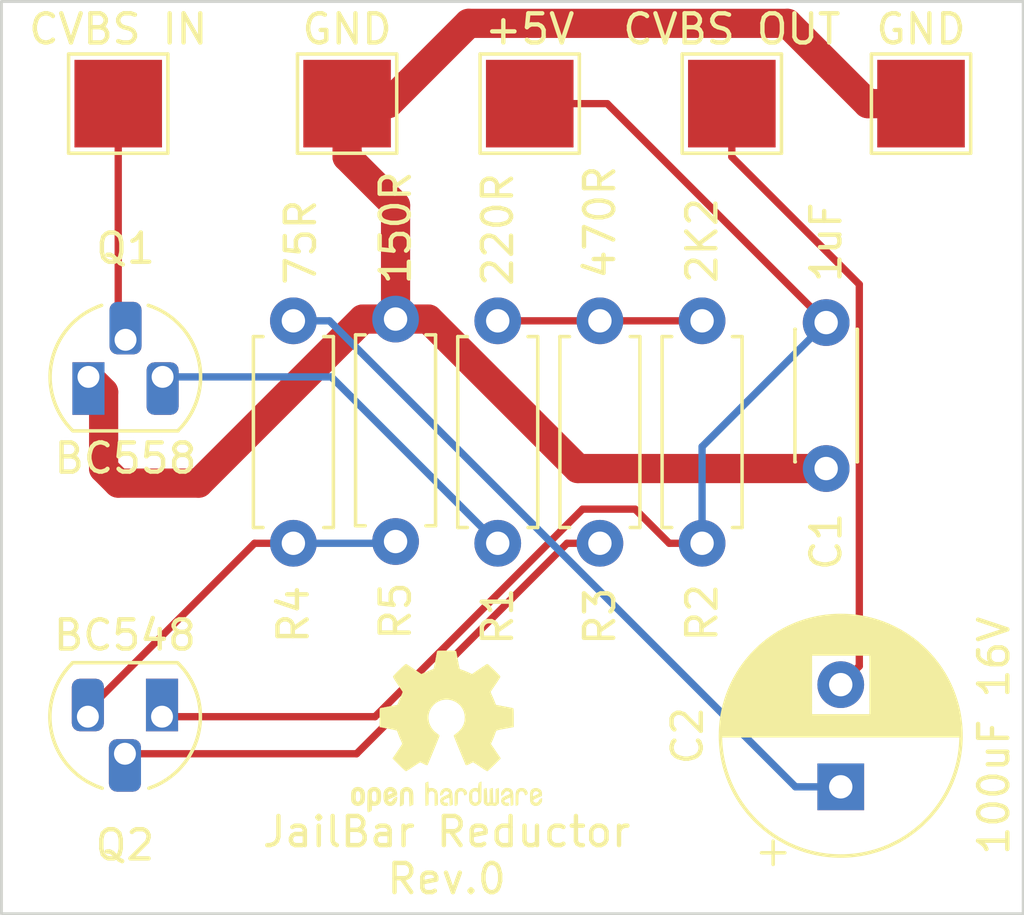
<source format=kicad_pcb>
(kicad_pcb (version 20211014) (generator pcbnew)
  (layers (0 "F.Cu" signal) (31 "B.Cu" signal) (34 "B.Paste" user) (35 "F.Paste" user) (36 "B.SilkS" user "B.Silkscreen") (37 "F.SilkS" user "F.Silkscreen") (38 "B.Mask" user) (39 "F.Mask" user) (44 "Edge.Cuts" user))
  (net 0 "")
  (net 1 "Net-(R1-Pad2)")
  (net 2 "GND")
  (net 3 "Net-(C2-Pad1)")
  (net 4 "Net-(C2-Pad2)")
  (net 5 "Net-(PIN2-Pad1)")
  (net 6 "Net-(Q1-Pad3)")
  (net 7 "Net-(Q2-Pad1)")
  (net 8 "Net-(Q2-Pad2)")
  (net 9 "Net-(Q2-Pad3)")
  (footprint "Resistor_THT:R_Axial_DIN0207_L6.3mm_D2.5mm_P7.62mm_Horizontal" (layer "F.Cu") (at 109.5 81.06 90)
    (fp_text reference "R4" (at -2.44 0 90) (layer "F.SilkS"))
    (fp_text value "75R" (at 10.31 0.25 90) (layer "F.SilkS"))
    (pad "1" thru_hole circle locked (at 0 0 90) (size 1.6 1.6) (drill 0.8) (layers *.Cu *.Mask) (net 9 "Net-(Q2-Pad3)"))
    (pad "2" thru_hole oval locked (at 7.62 0 90) (size 1.6 1.6) (drill 0.8) (layers *.Cu *.Mask) (net 3 "Net-(C2-Pad1)"))
  )
  (footprint "Capacitor_THT:C_Disc_D4.3mm_W1.9mm_P5.00mm" (layer "F.Cu") (at 127.75 73.5 -90)
    (fp_text reference "C1" (at 7.5 0 90) (layer "F.SilkS"))
    (fp_text value "1uF" (at -2.75 0 90) (layer "F.SilkS"))
    (pad "1" thru_hole circle locked (at 0 0 270) (size 1.6 1.6) (drill 0.8) (layers *.Cu *.Mask) (net 7 "Net-(Q2-Pad1)"))
    (pad "2" thru_hole circle locked (at 5 0 270) (size 1.6 1.6) (drill 0.8) (layers *.Cu *.Mask) (net 2 "GND"))
  )
  (footprint "Package_TO_SOT_THT:TO-92_HandSolder" (layer "F.Cu") (at 105 87 180)
    (fp_text reference "Q2" (at 1.27 -4.4 180) (layer "F.SilkS"))
    (fp_text value "BC548" (at 1.27 2.79 180) (layer "F.SilkS"))
    (pad "1" thru_hole rect locked (at 0 0 180) (size 1.1 1.8) (drill 0.75 (offset 0 0.4)) (layers *.Cu *.Mask) (net 7 "Net-(Q2-Pad1)"))
    (pad "2" thru_hole roundrect locked (at 1.27 -1.27 180) (size 1.1 1.8) (drill 0.75 (offset 0 -0.4)) (layers *.Cu *.Mask) (net 8 "Net-(Q2-Pad2)"))
    (pad "3" thru_hole roundrect locked (at 2.54 0 180) (size 1.1 1.8) (drill 0.75 (offset 0 0.4)) (layers *.Cu *.Mask) (net 9 "Net-(Q2-Pad3)"))
  )
  (footprint "Capacitor_THT:CP_Radial_D8.0mm_P3.50mm" (layer "F.Cu") (at 128.25 89.4027 90)
    (fp_text reference "C2" (at 1.75 -5.25 90) (layer "F.SilkS"))
    (fp_text value "100uF 16V" (at 1.75 5.25 90) (layer "F.SilkS"))
    (pad "1" thru_hole rect locked (at 0 0 90) (size 1.6 1.6) (drill 0.8) (layers *.Cu *.Mask) (net 3 "Net-(C2-Pad1)"))
    (pad "2" thru_hole circle locked (at 3.5 0 90) (size 1.6 1.6) (drill 0.8) (layers *.Cu *.Mask) (net 4 "Net-(C2-Pad2)"))
  )
  (footprint "TestPoint:TestPoint_Pad_3.0x3.0mm" (layer "F.Cu") (at 111.3398 66 180)
    (fp_text reference "PIN1")
    (fp_text value "GND" (at 0 2.55 180) (layer "F.SilkS"))
    (pad "1" smd rect locked (at 0 0 180) (size 3 3) (layers "F.Cu" "F.Mask") (net 2 "GND"))
  )
  (footprint "TestPoint:TestPoint_Pad_3.0x3.0mm" (layer "F.Cu") (at 117.5963 66 180)
    (fp_text reference "PIN3")
    (fp_text value "+5V" (at 0 2.55 180) (layer "F.SilkS"))
    (pad "1" smd rect locked (at 0 0 180) (size 3 3) (layers "F.Cu" "F.Mask") (net 7 "Net-(Q2-Pad1)"))
  )
  (footprint "Package_TO_SOT_THT:TO-92_HandSolder" (layer "F.Cu") (at 102.48 75.36)
    (fp_text reference "Q1" (at 1.27 -4.4) (layer "F.SilkS"))
    (fp_text value "BC558" (at 1.27 2.79) (layer "F.SilkS"))
    (pad "1" thru_hole rect locked (at 0 0) (size 1.1 1.8) (drill 0.75 (offset 0 0.4)) (layers *.Cu *.Mask) (net 2 "GND"))
    (pad "2" thru_hole roundrect locked (at 1.27 -1.27) (size 1.1 1.8) (drill 0.75 (offset 0 -0.4)) (layers *.Cu *.Mask) (net 5 "Net-(PIN2-Pad1)"))
    (pad "3" thru_hole roundrect locked (at 2.54 0) (size 1.1 1.8) (drill 0.75 (offset 0 0.4)) (layers *.Cu *.Mask) (net 6 "Net-(Q1-Pad3)"))
  )
  (footprint "Resistor_THT:R_Axial_DIN0207_L6.3mm_D2.5mm_P7.62mm_Horizontal" (layer "F.Cu") (at 116.5 81.06 90)
    (fp_text reference "R1" (at -2.5 0 90) (layer "F.SilkS"))
    (fp_text value "220R" (at 10.75 0 90) (layer "F.SilkS"))
    (pad "1" thru_hole circle locked (at 0 0 90) (size 1.6 1.6) (drill 0.8) (layers *.Cu *.Mask) (net 6 "Net-(Q1-Pad3)"))
    (pad "2" thru_hole oval locked (at 7.62 0 90) (size 1.6 1.6) (drill 0.8) (layers *.Cu *.Mask) (net 1 "Net-(R1-Pad2)"))
  )
  (footprint "TestPoint:TestPoint_Pad_3.0x3.0mm" (layer "F.Cu") (at 131 66 180)
    (fp_text reference "PIN5")
    (fp_text value "GND" (at 0 2.55) (layer "F.SilkS"))
    (pad "1" smd rect locked (at 0 0 180) (size 3 3) (layers "F.Cu" "F.Mask") (net 2 "GND"))
  )
  (footprint "Resistor_THT:R_Axial_DIN0207_L6.3mm_D2.5mm_P7.62mm_Horizontal" (layer "F.Cu") (at 120 73.44 -90)
    (fp_text reference "R3" (at 10.12 0 90) (layer "F.SilkS"))
    (fp_text value "470R" (at -3.38 0 90) (layer "F.SilkS"))
    (pad "1" thru_hole circle locked (at 0 0 270) (size 1.6 1.6) (drill 0.8) (layers *.Cu *.Mask) (net 1 "Net-(R1-Pad2)"))
    (pad "2" thru_hole oval locked (at 7.62 0 270) (size 1.6 1.6) (drill 0.8) (layers *.Cu *.Mask) (net 8 "Net-(Q2-Pad2)"))
  )
  (footprint "Resistor_THT:R_Axial_DIN0207_L6.3mm_D2.5mm_P7.62mm_Horizontal" (layer "F.Cu") (at 113 81 90)
    (fp_text reference "R5" (at -2.38 0 90) (layer "F.SilkS"))
    (fp_text value "150R" (at 10.75 0 90) (layer "F.SilkS"))
    (pad "1" thru_hole circle locked (at 0 0 90) (size 1.6 1.6) (drill 0.8) (layers *.Cu *.Mask) (net 9 "Net-(Q2-Pad3)"))
    (pad "2" thru_hole oval locked (at 7.62 0 90) (size 1.6 1.6) (drill 0.8) (layers *.Cu *.Mask) (net 2 "GND"))
  )
  (footprint "Symbol:OSHW-Logo2_7.3x6mm_SilkScreen" (layer "F.Cu") (at 114.75 87.5)
    (fp_text reference "REF**" hide)
    (fp_text value "OSHW-Logo2_7.3x6mm_SilkScreen" hide)
  )
  (footprint "Resistor_THT:R_Axial_DIN0207_L6.3mm_D2.5mm_P7.62mm_Horizontal" (layer "F.Cu") (at 123.5 73.44 -90)
    (fp_text reference "R2" (at 10 0 90) (layer "F.SilkS"))
    (fp_text value "2K2" (at -2.75 0 90) (layer "F.SilkS"))
    (pad "1" thru_hole circle locked (at 0 0 270) (size 1.6 1.6) (drill 0.8) (layers *.Cu *.Mask) (net 1 "Net-(R1-Pad2)"))
    (pad "2" thru_hole oval locked (at 7.62 0 270) (size 1.6 1.6) (drill 0.8) (layers *.Cu *.Mask) (net 7 "Net-(Q2-Pad1)"))
  )
  (footprint "TestPoint:TestPoint_Pad_3.0x3.0mm" (layer "F.Cu") (at 124.5193 66 180)
    (fp_text reference "PIN4")
    (fp_text value "CVBS OUT" (at 0 2.55 180) (layer "F.SilkS"))
    (pad "1" smd rect locked (at 0 0 180) (size 3 3) (layers "F.Cu" "F.Mask") (net 4 "Net-(C2-Pad2)"))
  )
  (footprint "TestPoint:TestPoint_Pad_3.0x3.0mm" (layer "F.Cu") (at 103.5 66 180)
    (fp_text reference "PIN2")
    (fp_text value "CVBS IN" (at 0 2.55 180) (layer "F.SilkS"))
    (pad "1" smd rect locked (at 0 0 180) (size 3 3) (layers "F.Cu" "F.Mask") (net 5 "Net-(PIN2-Pad1)"))
  )
  (gr_rect locked (start 99.5 62.5) (end 134.5 93.75) (layer "Edge.Cuts") (width 0.1) (fill none))
  (gr_text "JailBar Reductor\nRev.0" (at 114.75 91.75) (layer "F.SilkS") (effects (font (size 1 1))))
  (segment (start 120 73.44) (end 116.5 73.44) (width 0.25) (layer "F.Cu") (net 1))
  (segment (start 123.5 73.44) (end 120 73.44) (width 0.25) (layer "F.Cu") (net 1))
  (segment (start 114.1253 73.38) (end 119.2453 78.5) (width 1) (layer "F.Cu") (net 2))
  (segment (start 126.4247 63.25) (end 115.5 63.25) (width 1) (layer "F.Cu") (net 2))
  (segment (start 111.8747 73.38) (end 113 73.38) (width 1) (layer "F.Cu") (net 2))
  (segment (start 112.75 66) (end 111.3398 66) (width 1) (layer "F.Cu") (net 2))
  (segment (start 115.5 63.25) (end 112.75 66) (width 1) (layer "F.Cu") (net 2))
  (segment (start 113 73.38) (end 113 69.4855) (width 1) (layer "F.Cu") (net 2))
  (segment (start 103 78.5) (end 103.5 79) (width 1) (layer "F.Cu") (net 2))
  (segment (start 103 75.88) (end 103 78.5) (width 1) (layer "F.Cu") (net 2))
  (segment (start 129.1747 66) (end 126.4247 63.25) (width 1) (layer "F.Cu") (net 2))
  (segment (start 113 69.4855) (end 111.3398 67.8253) (width 1) (layer "F.Cu") (net 2))
  (segment (start 131 66) (end 129.1747 66) (width 1) (layer "F.Cu") (net 2))
  (segment (start 111.3398 66) (end 111.3398 67.8253) (width 1) (layer "F.Cu") (net 2))
  (segment (start 106.2547 79) (end 111.8747 73.38) (width 1) (layer "F.Cu") (net 2))
  (segment (start 102.48 75.36) (end 103 75.88) (width 1) (layer "F.Cu") (net 2))
  (segment (start 119.2453 78.5) (end 127.75 78.5) (width 1) (layer "F.Cu") (net 2))
  (segment (start 103.5 79) (end 106.2547 79) (width 1) (layer "F.Cu") (net 2))
  (segment (start 113 73.38) (end 114.1253 73.38) (width 1) (layer "F.Cu") (net 2))
  (segment (start 128.25 89.4027) (end 126.699 89.4027) (width 0.25) (layer "B.Cu") (net 3))
  (segment (start 110.7363 73.44) (end 109.5 73.44) (width 0.25) (layer "B.Cu") (net 3))
  (segment (start 126.699 89.4027) (end 110.7363 73.44) (width 0.25) (layer "B.Cu") (net 3))
  (segment (start 124.5193 66) (end 124.5193 67.8253) (width 0.25) (layer "F.Cu") (net 4))
  (segment (start 128.886 72.192) (end 128.886 85.267) (width 0.25) (layer "F.Cu") (net 4))
  (segment (start 124.5193 67.8253) (end 128.886 72.192) (width 0.25) (layer "F.Cu") (net 4))
  (segment (start 128.25 85.9027) (end 128.886 85.267) (width 0.25) (layer "F.Cu") (net 4))
  (segment (start 103.5 66) (end 103.5 73.84) (width 0.25) (layer "F.Cu") (net 5))
  (segment (start 103.5 73.84) (end 103.75 74.09) (width 0.25) (layer "F.Cu") (net 5))
  (segment (start 110.8 75.36) (end 105.02 75.36) (width 0.25) (layer "B.Cu") (net 6))
  (segment (start 116.5 81.06) (end 110.8 75.36) (width 0.25) (layer "B.Cu") (net 6))
  (segment (start 127.69 73.44) (end 120.25 66) (width 0.25) (layer "F.Cu") (net 7))
  (segment (start 112.2978 87) (end 105 87) (width 0.25) (layer "F.Cu") (net 7))
  (segment (start 120.25 66) (end 117.5963 66) (width 0.25) (layer "F.Cu") (net 7))
  (segment (start 123.5 81.06) (end 122.3747 81.06) (width 0.25) (layer "F.Cu") (net 7))
  (segment (start 121.2053 79.8906) (end 119.4072 79.8906) (width 0.25) (layer "F.Cu") (net 7))
  (segment (start 122.3747 81.06) (end 121.2053 79.8906) (width 0.25) (layer "F.Cu") (net 7))
  (segment (start 127.69 73.44) (end 127.75 73.5) (width 0.25) (layer "F.Cu") (net 7))
  (segment (start 119.4072 79.8906) (end 112.2978 87) (width 0.25) (layer "F.Cu") (net 7))
  (segment (start 123.5 77.75) (end 123.5 81.06) (width 0.25) (layer "B.Cu") (net 7))
  (segment (start 127.75 73.5) (end 123.5 77.75) (width 0.25) (layer "B.Cu") (net 7))
  (segment (start 118.8747 81.06) (end 111.6647 88.27) (width 0.25) (layer "F.Cu") (net 8))
  (segment (start 120 81.06) (end 118.8747 81.06) (width 0.25) (layer "F.Cu") (net 8))
  (segment (start 111.6647 88.27) (end 103.73 88.27) (width 0.25) (layer "F.Cu") (net 8))
  (segment (start 102.46 86.5387) (end 102.46 86.7693) (width 0.25) (layer "F.Cu") (net 9))
  (segment (start 102.46 86.7693) (end 108.1693 81.06) (width 0.25) (layer "F.Cu") (net 9))
  (segment (start 102.46 86.7693) (end 102.46 87) (width 0.25) (layer "F.Cu") (net 9))
  (segment (start 108.1693 81.06) (end 109.5 81.06) (width 0.25) (layer "F.Cu") (net 9))
  (segment (start 112.94 81.06) (end 113 81) (width 0.25) (layer "B.Cu") (net 9))
  (segment (start 109.5 81.06) (end 112.94 81.06) (width 0.25) (layer "B.Cu") (net 9))
)
</source>
